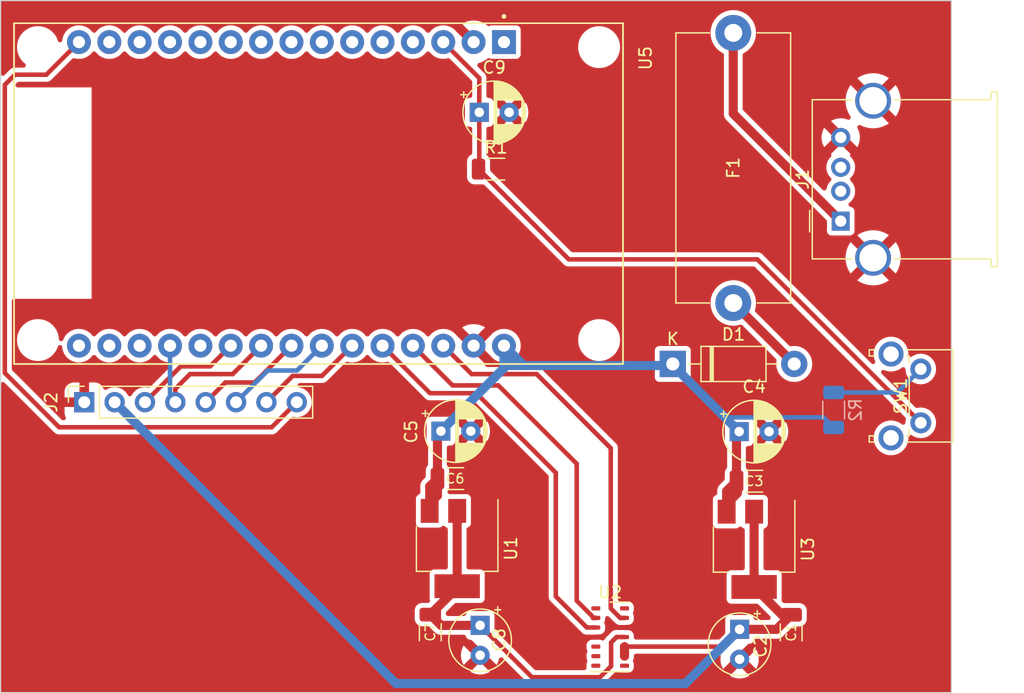
<source format=kicad_pcb>
(kicad_pcb (version 20221018) (generator pcbnew)
  (layers (0 "F.Cu" signal) (31 "B.Cu" signal) (34 "B.Paste" user) (35 "F.Paste" user) (36 "B.SilkS" user "B.Silkscreen") (37 "F.SilkS" user "F.Silkscreen") (38 "B.Mask" user) (39 "F.Mask" user) (44 "Edge.Cuts" user))
  (net 0 "")
  (net 1 "GNDPWR")
  (net 2 "+5V")
  (net 3 "1V8")
  (net 4 "Net-(D1-A)")
  (net 5 "Net-(J1-VBUS)")
  (net 8 "SCK")
  (net 9 "MISO")
  (net 10 "RESET")
  (net 11 "DC")
  (net 12 "CS")
  (net 13 "BLK")
  (net 15 "SCL")
  (net 16 "SDA")
  (net 21 "INT")
  (net 23 "BTT")
  (net 32 "3V3")
  (net 34 "Net-(R2-Pad2)")
  (footprint "Fuse:Fuseholder_Cylinder-5x20mm_Stelvio-Kontek_PTF78_Horizontal_Open" (layer "F.Cu") (at 157.2 60.4 -90)
    (fp_text reference "F1" (at 11.3 0 90) (layer "F.SilkS"))
    (fp_text value "500mA")
    (pad "1" thru_hole circle (at 0 0 270) (size 3 3) (drill 1.5) (layers "*.Cu" "*.Mask") (net 5 "Net-(J1-VBUS)"))
    (pad "2" thru_hole circle (at 22.6 0 270) (size 3 3) (drill 1.5) (layers "*.Cu" "*.Mask") (net 4 "Net-(D1-A)"))
  )
  (footprint "Capacitor_THT:CP_Radial_D5.0mm_P2.50mm" (layer "F.Cu") (at 135.95 67.05)
    (fp_text reference "C9" (at 1.25 -3.75) (layer "F.SilkS"))
    (fp_text value "10uF")
    (pad "1" thru_hole rect (at 0 0) (size 1.6 1.6) (drill 0.8) (layers "*.Cu" "*.Mask") (net 23 "BTT"))
    (pad "2" thru_hole circle (at 2.5 0) (size 1.6 1.6) (drill 0.8) (layers "*.Cu" "*.Mask") (net 1 "GNDPWR"))
  )
  (footprint "Connector_PinSocket_2.54mm:PinSocket_1x08_P2.54mm_Vertical" (layer "F.Cu") (at 102.9 91.3 90)
    (fp_text reference "J2" (at 0 -2.77 90) (layer "F.SilkS"))
    (fp_text value "Conn_01x08" hide)
    (pad "1" thru_hole rect (at 0 0 90) (size 1.7 1.7) (drill 1) (layers "*.Cu" "*.Mask") (net 1 "GNDPWR"))
    (pad "2" thru_hole oval (at 0 2.54 90) (size 1.7 1.7) (drill 1) (layers "*.Cu" "*.Mask") (net 32 "3V3"))
    (pad "3" thru_hole oval (at 0 5.08 90) (size 1.7 1.7) (drill 1) (layers "*.Cu" "*.Mask") (net 8 "SCK"))
    (pad "4" thru_hole oval (at 0 7.62 90) (size 1.7 1.7) (drill 1) (layers "*.Cu" "*.Mask") (net 9 "MISO"))
    (pad "5" thru_hole oval (at 0 10.16 90) (size 1.7 1.7) (drill 1) (layers "*.Cu" "*.Mask") (net 10 "RESET"))
    (pad "6" thru_hole oval (at 0 12.7 90) (size 1.7 1.7) (drill 1) (layers "*.Cu" "*.Mask") (net 11 "DC"))
    (pad "7" thru_hole oval (at 0 15.24 90) (size 1.7 1.7) (drill 1) (layers "*.Cu" "*.Mask") (net 12 "CS"))
    (pad "8" thru_hole oval (at 0 17.78 90) (size 1.7 1.7) (drill 1) (layers "*.Cu" "*.Mask") (net 13 "BLK"))
  )
  (footprint "Package_TO_SOT_SMD:SOT-223-3_TabPin2" (layer "F.Cu") (at 158.945112 103.61 -90)
    (fp_text reference "U3" (at 0 -4.5 90) (layer "F.SilkS"))
    (fp_text value "LM1117MP-3.3" hide)
    (pad "1" smd rect (at -3.15 -2.3 270) (size 2 1.5) (layers "F.Cu" "F.Paste" "F.Mask") (net 1 "GNDPWR"))
    (pad "2" smd rect (at -3.15 0 270) (size 2 1.5) (layers "F.Cu" "F.Paste" "F.Mask") (net 32 "3V3"))
    (pad "2" smd rect (at 3.15 0 270) (size 2 3.8) (layers "F.Cu" "F.Paste" "F.Mask") (net 32 "3V3"))
    (pad "3" smd rect (at -3.15 2.3 270) (size 2 1.5) (layers "F.Cu" "F.Paste" "F.Mask") (net 2 "+5V"))
  )
  (footprint "Capacitor_THT:CP_Radial_Tantal_D5.0mm_P2.50mm" (layer "F.Cu") (at 157.73 110.304888 -90)
    (fp_text reference "C2" (at 1.395112 -1.75 90) (layer "F.SilkS"))
    (fp_text value "22uF")
    (pad "1" thru_hole rect (at 0 0 270) (size 1.6 1.6) (drill 0.8) (layers "*.Cu" "*.Mask") (net 32 "3V3"))
    (pad "2" thru_hole circle (at 2.5 0 270) (size 1.6 1.6) (drill 0.8) (layers "*.Cu" "*.Mask") (net 1 "GNDPWR"))
  )
  (footprint "Capacitor_SMD:C_1206_3216Metric" (layer "F.Cu") (at 133.925 97.694887)
    (fp_text reference "C6" hide)
    (fp_text value "100nF")
    (fp_text user "${REFERENCE}" (at 0 0) (layer "F.SilkS") (effects (font (size 0.8 0.8) (thickness 0.12))))
    (pad "1" smd roundrect (at -1.475 0) (size 1.15 1.8) (layers "F.Cu" "F.Paste" "F.Mask") (roundrect_rratio 0.217391) (net 2 "+5V"))
    (pad "2" smd roundrect (at 1.475 0) (size 1.15 1.8) (layers "F.Cu" "F.Paste" "F.Mask") (roundrect_rratio 0.217391) (net 1 "GNDPWR"))
  )
  (footprint "Capacitor_THT:CP_Radial_D5.0mm_P2.50mm" (layer "F.Cu") (at 132.74 93.72)
    (fp_text reference "C5" (at -2.494887 0.052557 90) (layer "F.SilkS"))
    (fp_text value "10uF")
    (pad "1" thru_hole rect (at 0 0) (size 1.6 1.6) (drill 0.8) (layers "*.Cu" "*.Mask") (net 2 "+5V"))
    (pad "2" thru_hole circle (at 2.5 0) (size 1.6 1.6) (drill 0.8) (layers "*.Cu" "*.Mask") (net 1 "GNDPWR"))
  )
  (footprint "Capacitor_THT:CP_Radial_D5.0mm_P2.50mm" (layer "F.Cu") (at 157.695112 93.76)
    (fp_text reference "C4" (at 1.25 -3.75) (layer "F.SilkS"))
    (fp_text value "10uF")
    (pad "1" thru_hole rect (at 0 0) (size 1.6 1.6) (drill 0.8) (layers "*.Cu" "*.Mask") (net 2 "+5V"))
    (pad "2" thru_hole circle (at 2.5 0) (size 1.6 1.6) (drill 0.8) (layers "*.Cu" "*.Mask") (net 1 "GNDPWR"))
  )
  (footprint "Resistor_SMD:R_1206_3216Metric" (layer "F.Cu") (at 137.35 71.8)
    (fp_text reference "R1" (at 0 -1.82) (layer "F.SilkS"))
    (fp_text value "2K2")
    (pad "1" smd roundrect (at -1.4625 0) (size 1.125 1.75) (layers "F.Cu" "F.Paste" "F.Mask") (roundrect_rratio 0.222222) (net 23 "BTT"))
    (pad "2" smd roundrect (at 1.4625 0) (size 1.125 1.75) (layers "F.Cu" "F.Paste" "F.Mask") (roundrect_rratio 0.222222) (net 1 "GNDPWR"))
  )
  (footprint "Capacitor_THT:CP_Radial_Tantal_D5.0mm_P2.50mm" (layer "F.Cu") (at 136.02 109.974887 -90)
    (fp_text reference "C8" (at 1.205112 -1.6 90) (layer "F.SilkS"))
    (fp_text value "22uF")
    (pad "1" thru_hole rect (at 0 0 270) (size 1.6 1.6) (drill 0.8) (layers "*.Cu" "*.Mask") (net 3 "1V8"))
    (pad "2" thru_hole circle (at 2.5 0 270) (size 1.6 1.6) (drill 0.8) (layers "*.Cu" "*.Mask") (net 1 "GNDPWR"))
  )
  (footprint "Capacitor_SMD:C_1206_3216Metric" (layer "F.Cu") (at 162.045112 110.56 -90)
    (fp_text reference "C1")
    (fp_text value "100nF")
    (fp_text user "${REFERENCE}" (at 0 0 90) (layer "F.SilkS") (effects (font (size 0.8 0.8) (thickness 0.12))))
    (pad "1" smd roundrect (at -1.475 0 270) (size 1.15 1.8) (layers "F.Cu" "F.Paste" "F.Mask") (roundrect_rratio 0.217391) (net 32 "3V3"))
    (pad "2" smd roundrect (at 1.475 0 270) (size 1.15 1.8) (layers "F.Cu" "F.Paste" "F.Mask") (roundrect_rratio 0.217391) (net 1 "GNDPWR"))
  )
  (footprint "Capacitor_SMD:C_1206_3216Metric" (layer "F.Cu") (at 158.945112 97.91)
    (fp_text reference "C3")
    (fp_text value "100nF")
    (fp_text user "${REFERENCE}" (at 0 0) (layer "F.SilkS") (effects (font (size 0.8 0.8) (thickness 0.12))))
    (pad "1" smd roundrect (at -1.475 0) (size 1.15 1.8) (layers "F.Cu" "F.Paste" "F.Mask") (roundrect_rratio 0.217391) (net 2 "+5V"))
    (pad "2" smd roundrect (at 1.475 0) (size 1.15 1.8) (layers "F.Cu" "F.Paste" "F.Mask") (roundrect_rratio 0.217391) (net 1 "GNDPWR"))
  )
  (footprint "OptoDevice:Maxim_OLGA-14_3.3x5.6mm_P0.8mm" (layer "F.Cu") (at 146.9 110.95)
    (fp_text reference "U2" (at 0 -3.75) (layer "F.SilkS"))
    (fp_text value "MAX30102")
    (pad "1" smd roundrect (at -1.2 -2.4) (size 0.75 0.35) (layers "F.Cu" "F.Paste" "F.Mask"))
    (pad "2" smd roundrect (at -1.2 -1.6) (size 0.75 0.35) (layers "F.Cu" "F.Paste" "F.Mask") (net 15 "SCL"))
    (pad "3" smd roundrect (at -1.2 -0.8) (size 0.75 0.35) (layers "F.Cu" "F.Paste" "F.Mask") (net 16 "SDA"))
    (pad "4" smd roundrect (at -1.2 0) (size 0.75 0.35) (layers "F.Cu" "F.Paste" "F.Mask") (net 1 "GNDPWR"))
    (pad "5" smd roundrect (at -1.2 0.8) (size 0.75 0.35) (layers "F.Cu" "F.Paste" "F.Mask"))
    (pad "6" smd roundrect (at -1.2 1.6) (size 0.75 0.35) (layers "F.Cu" "F.Paste" "F.Mask"))
    (pad "7" smd roundrect (at -1.2 2.4) (size 0.75 0.35) (layers "F.Cu" "F.Paste" "F.Mask"))
    (pad "8" smd roundrect (at 1.2 2.4) (size 0.75 0.35) (layers "F.Cu" "F.Paste" "F.Mask"))
    (pad "9" smd roundrect (at 1.2 1.6) (size 0.75 0.35) (layers "F.Cu" "F.Paste" "F.Mask") (net 32 "3V3"))
    (pad "10" smd roundrect (at 1.2 0.8) (size 0.75 0.35) (layers "F.Cu" "F.Paste" "F.Mask") (net 32 "3V3"))
    (pad "11" smd roundrect (at 1.2 0) (size 0.75 0.35) (layers "F.Cu" "F.Paste" "F.Mask") (net 3 "1V8"))
    (pad "12" smd roundrect (at 1.2 -0.8) (size 0.75 0.35) (layers "F.Cu" "F.Paste" "F.Mask") (net 1 "GNDPWR"))
    (pad "13" smd roundrect (at 1.2 -1.6) (size 0.75 0.35) (layers "F.Cu" "F.Paste" "F.Mask") (net 21 "INT"))
    (pad "14" smd roundrect (at 1.2 -2.4) (size 0.75 0.35) (layers "F.Cu" "F.Paste" "F.Mask"))
  )
  (footprint "Package_TO_SOT_SMD:SOT-223-3_TabPin2" (layer "F.Cu") (at 134.1 103.544887 -90)
    (fp_text reference "U1" (at 0 -4.5 90) (layer "F.SilkS"))
    (fp_text value "LM1117MP-1.8" hide)
    (pad "1" smd rect (at -3.15 -2.3 270) (size 2 1.5) (layers "F.Cu" "F.Paste" "F.Mask") (net 1 "GNDPWR"))
    (pad "2" smd rect (at -3.15 0 270) (size 2 1.5) (layers "F.Cu" "F.Paste" "F.Mask") (net 3 "1V8"))
    (pad "2" smd rect (at 3.15 0 270) (size 2 3.8) (layers "F.Cu" "F.Paste" "F.Mask") (net 3 "1V8"))
    (pad "3" smd rect (at -3.15 2.3 270) (size 2 1.5) (layers "F.Cu" "F.Paste" "F.Mask") (net 2 "+5V"))
  )
  (footprint "Diode_THT:D_DO-41_SOD81_P10.16mm_Horizontal" (layer "F.Cu") (at 152.14 88.1)
    (fp_text reference "D1" (at 5.08 -2.47) (layer "F.SilkS"))
    (fp_text value "1N4002")
    (fp_text user "K" (at 0 -2.1) (layer "F.SilkS"))
    (pad "1" thru_hole rect (at 0 0) (size 2.2 2.2) (drill 1.1) (layers "*.Cu" "*.Mask") (net 2 "+5V"))
    (pad "2" thru_hole oval (at 10.16 0) (size 2.2 2.2) (drill 1.1) (layers "*.Cu" "*.Mask") (net 4 "Net-(D1-A)"))
  )
  (footprint "Connector_USB:USB_A_Molex_67643_Horizontal" (layer "F.Cu") (at 166.19 76.15 90)
    (fp_text reference "J1" (at 3.5 -3.19 90) (layer "F.SilkS"))
    (fp_text value "USB_A")
    (pad "1" thru_hole rect (at 0 0 90) (size 1.6 1.5) (drill 0.95) (layers "*.Cu" "*.Mask") (net 5 "Net-(J1-VBUS)"))
    (pad "2" thru_hole circle (at 2.5 0 90) (size 1.6 1.6) (drill 0.95) (layers "*.Cu" "*.Mask"))
    (pad "3" thru_hole circle (at 4.5 0 90) (size 1.6 1.6) (drill 0.95) (layers "*.Cu" "*.Mask"))
    (pad "4" thru_hole circle (at 7 0 90) (size 1.6 1.6) (drill 0.95) (layers "*.Cu" "*.Mask") (net 1 "GNDPWR"))
    (pad "5" thru_hole circle (at -3.07 2.71 90) (size 3 3) (drill 2.3) (layers "*.Cu" "*.Mask") (net 1 "GNDPWR"))
    (pad "5" thru_hole circle (at 10.07 2.71 90) (size 3 3) (drill 2.3) (layers "*.Cu" "*.Mask") (net 1 "GNDPWR"))
  )
  (footprint "Button_Switch_THT:SW_Tactile_SPST_Angled_PTS645Vx58-2LFS" (layer "F.Cu") (at 172.8875 88.525 -90)
    (fp_text reference "SW1" (at 2.25 1.68 90) (layer "F.SilkS"))
    (fp_text value "SW_Push")
    (pad "" thru_hole circle (at -1.25 2.49 270) (size 2.1 2.1) (drill 1.3) (layers "*.Cu" "*.Mask"))
    (pad "" thru_hole circle (at 5.76 2.49 270) (size 2.1 2.1) (drill 1.3) (layers "*.Cu" "*.Mask"))
    (pad "1" thru_hole circle (at 0 0 270) (size 1.75 1.75) (drill 0.99) (layers "*.Cu" "*.Mask") (net 34 "Net-(R2-Pad2)"))
    (pad "2" thru_hole circle (at 4.5 0 270) (size 1.75 1.75) (drill 0.99) (layers "*.Cu" "*.Mask") (net 23 "BTT"))
  )
  (footprint "Capacitor_SMD:C_1206_3216Metric" (layer "F.Cu") (at 131.85 110.547444 -90)
    (fp_text reference "C7")
    (fp_text value "100nF")
    (fp_text user "${REFERENCE}" (at 0 0 90) (layer "F.SilkS") (effects (font (size 0.8 0.8) (thickness 0.12))))
    (pad "1" smd roundrect (at -1.475 0 270) (size 1.15 1.8) (layers "F.Cu" "F.Paste" "F.Mask") (roundrect_rratio 0.217391) (net 3 "1V8"))
    (pad "2" smd roundrect (at 1.475 0 270) (size 1.15 1.8) (layers "F.Cu" "F.Paste" "F.Mask") (roundrect_rratio 0.217391) (net 1 "GNDPWR"))
  )
  (footprint "Espressif:MODULE_ESP32_DEVKIT_V1" (layer "F.Cu") (at 122.5 73.8725 -90)
    (fp_text reference "U5" (at -11.355 -27.36 90) (layer "F.SilkS"))
    (fp_text value "ESP32-DEVKIT-V1")
    (pad "" np_thru_hole circle (at -12.28 -23.475 270) (size 3 3) (drill 3) (layers "*.Cu" "*.Mask"))
    (pad "" np_thru_hole circle (at -12.28 23.475 270) (size 3 3) (drill 3) (layers "*.Cu" "*.Mask"))
    (pad "" np_thru_hole circle (at 12.23 -23.475 270) (size 3 3) (drill 3) (layers "*.Cu" "*.Mask"))
    (pad "" np_thru_hole circle (at 12.23 23.475 270) (size 3 3) (drill 3) (layers "*.Cu" "*.Mask"))
    (pad "1" thru_hole rect (at -12.7 -15.515 270) (size 2 2) (drill 1.02) (layers "*.Cu" "*.Mask"))
    (pad "2" thru_hole circle (at -12.7 -12.975 270) (size 2 2) (drill 1.02) (layers "*.Cu" "*.Mask") (net 1 "GNDPWR"))
    (pad "3" thru_hole circle (at -12.7 -10.435 270) (size 2 2) (drill 1.02) (layers "*.Cu" "*.Mask") (net 23 "BTT"))
    (pad "4" thru_hole circle (at -12.7 -7.895 270) (size 2 2) (drill 1.02) (layers "*.Cu" "*.Mask"))
    (pad "5" thru_hole circle (at -12.7 -5.355 270) (size 2 2) (drill 1.02) (layers "*.Cu" "*.Mask"))
    (pad "6" thru_hole circle (at -12.7 -2.815 270) (size 2 2) (drill 1.02) (layers "*.Cu" "*.Mask"))
    (pad "7" thru_hole circle (at -12.7 -0.275 270) (size 2 2) (drill 1.02) (layers "*.Cu" "*.Mask"))
    (pad "8" thru_hole circle (at -12.7 2.265 270) (size 2 2) (drill 1.02) (layers "*.Cu" "*.Mask"))
    (pad "9" thru_hole circle (at -12.7 4.805 270) (size 2 2) (drill 1.02) (layers "*.Cu" "*.Mask"))
    (pad "10" thru_hole circle (at -12.7 7.345 270) (size 2 2) (drill 1.02) (layers "*.Cu" "*.Mask"))
    (pad "11" thru_hole circle (at -12.7 9.885 270) (size 2 2) (drill 1.02) (layers "*.Cu" "*.Mask"))
    (pad "12" thru_hole circle (at -12.7 12.425 270) (size 2 2) (drill 1.02) (layers "*.Cu" "*.Mask"))
    (pad "13" thru_hole circle (at -12.7 14.965 270) (size 2 2) (drill 1.02) (layers "*.Cu" "*.Mask"))
    (pad "14" thru_hole circle (at -12.7 17.505 270) (size 2 2) (drill 1.02) (layers "*.Cu" "*.Mask"))
    (pad "15" thru_hole circle (at -12.7 20.045 270) (size 2 2) (drill 1.02) (layers "*.Cu" "*.Mask") (net 13 "BLK"))
    (pad "16" thru_hole circle (at 12.7 20.045 270) (size 2 2) (drill 1.02) (layers "*.Cu" "*.Mask"))
    (pad "17" thru_hole circle (at 12.7 17.505 270) (size 2 2) (drill 1.02) (layers "*.Cu" "*.Mask"))
    (pad "18" thru_hole circle (at 12.7 14.965 270) (size 2 2) (drill 1.02) (layers "*.Cu" "*.Mask"))
    (pad "19" thru_hole circle (at 12.7 12.425 270) (size 2 2) (drill 1.02) (layers "*.Cu" "*.Mask") (net 9 "MISO"))
    (pad "20" thru_hole circle (at 12.7 9.885 270) (size 2 2) (drill 1.02) (layers "*.Cu" "*.Mask"))
    (pad "21" thru_hole circle (at 12.7 7.345 270) (size 2 2) (drill 1.02) (layers "*.Cu" "*.Mask") (net 8 "SCK"))
    (pad "22" thru_hole circle (at 12.7 4.805 270) (size 2 2) (drill 1.02) (layers "*.Cu" "*.Mask") (net 9 "MISO"))
    (pad "23" thru_hole circle (at 12.7 2.265 270) (size 2 2) (drill 1.02) (layers "*.Cu" "*.Mask") (net 10 "RESET"))
    (pad "24" thru_hole circle (at 12.7 -0.275 270) (size 2 2) (drill 1.02) (layers "*.Cu" "*.Mask") (net 11 "DC"))
    (pad "25" thru_hole circle (at 12.7 -2.815 270) (size 2 2) (drill 1.02) (layers "*.Cu" "*.Mask") (net 12 "CS"))
    (pad "26" thru_hole circle (at 12.7 -5.355 270) (size 2 2) (drill 1.02) (layers "*.Cu" "*.Mask") (net 16 "SDA"))
    (pad "27" thru_hole circle (at 12.7 -7.895 270) (size 2 2) (drill 1.02) (layers "*.Cu" "*.Mask") (net 15 "SCL"))
    (pad "28" thru_hole circle (at 12.7 -10.435 270) (size 2 2) (drill 1.02) (layers "*.Cu" "*.Mask") (net 21 "INT"))
    (pad "29" thru_hole circle (at 12.7 -12.975 270) (size 2 2) (drill 1.02) (layers "*.Cu" "*.Mask") (net 1 "GNDPWR"))
    (pad "30" thru_hole circle (at 12.7 -15.515 270) (size 2 2) (drill 1.02) (layers "*.Cu" "*.Mask") (net 2 "+5V"))
    (zone (net 0) (net_name "") (layer "F.Cu") (connect_pads (clearance 0)) (min_thickness 0.01)
      (keepout (tracks not_allowed) (vias not_allowed) (pads not_allowed) (copperpour not_allowed) (footprints allowed))
      (fill (thermal_gap 0.508) (thermal_bridge_width 0.508))
      (polygon (pts (xy 103.515 64.9625) (xy 103.515 82.6525) (xy 97.025 82.6525) (xy 97.025 64.9625)))
    )
  )
  (footprint "Resistor_SMD:R_1206_3216Metric" (layer "B.Cu") (at 165.6 91.95 90)
    (fp_text reference "R2" (at 0 1.82 90) (layer "B.SilkS") (effects (justify mirror)))
    (fp_text value "1K")
    (pad "1" smd roundrect (at -1.4625 0 90) (size 1.125 1.75) (layers "B.Cu" "B.Paste" "B.Mask") (roundrect_rratio 0.222222) (net 2 "+5V"))
    (pad "2" smd roundrect (at 1.4625 0 90) (size 1.125 1.75) (layers "B.Cu" "B.Paste" "B.Mask") (roundrect_rratio 0.222222) (net 34 "Net-(R2-Pad2)"))
  )
  (gr_rect (start 95.9 57.7) (end 175.45 115.6) (stroke (width 0.1)) (fill none) (layer "Edge.Cuts"))
  (segment (start 160.420112 98.210112) (end 160.420112 97.91) (width 0.762) (layer "F.Cu") (net 1))
  (segment (start 132.45 99.11) (end 132.25 99.31) (width 0.762) (layer "F.Cu") (net 2))
  (segment (start 157.470112 93.985) (end 157.695112 93.76) (width 0.762) (layer "F.Cu") (net 2))
  (segment (start 157.54 97.979888) (end 157.54 98.91) (width 0.762) (layer "F.Cu") (net 2))
  (segment (start 152.14 88.1) (end 152.0065 88.2335) (width 0.762) (layer "F.Cu") (net 2))
  (segment (start 156.645112 100.46) (end 156.645112 98.735) (width 0.762) (layer "F.Cu") (net 2))
  (segment (start 131.8 100.394887) (end 131.8 98.344887) (width 0.762) (layer "F.Cu") (net 2))
  (segment (start 156.645112 99.804888) (end 157.54 98.91) (width 0.762) (layer "F.Cu") (net 2))
  (segment (start 156.645112 98.735) (end 157.470112 97.91) (width 0.762) (layer "F.Cu") (net 2))
  (segment (start 132.45 94.01) (end 132.74 93.72) (width 0.762) (layer "F.Cu") (net 2))
  (segment (start 131.8 98.344887) (end 132.45 97.694887) (width 0.762) (layer "F.Cu") (net 2))
  (segment (start 157.470112 97.91) (end 157.470112 93.985) (width 0.762) (layer "F.Cu") (net 2))
  (segment (start 152.14 88.1) (end 152.14 88.204888) (width 0.762) (layer "F.Cu") (net 2))
  (segment (start 132.45 97.694887) (end 132.45 94.01) (width 0.762) (layer "F.Cu") (net 2))
  (segment (start 157.470112 97.91) (end 157.54 97.979888) (width 0.762) (layer "F.Cu") (net 2))
  (segment (start 132.45 97.694887) (end 132.45 99.11) (width 0.762) (layer "F.Cu") (net 2))
  (segment (start 139.676 88.2335) (end 138.87125 87.42875) (width 0.762) (layer "B.Cu") (net 2))
  (segment (start 152.14 88.204888) (end 156.267556 92.332444) (width 0.762) (layer "B.Cu") (net 2))
  (segment (start 138.87125 87.42875) (end 138.2265 88.0735) (width 0.762) (layer "B.Cu") (net 2))
  (segment (start 164.757 92.5695) (end 156.504612 92.5695) (width 0.381) (layer "B.Cu") (net 2))
  (segment (start 138.2265 88.2335) (end 138.015 88.445) (width 0.762) (layer "B.Cu") (net 2))
  (segment (start 138.2265 88.0735) (end 138.2265 88.2335) (width 0.762) (layer "B.Cu") (net 2))
  (segment (start 152.0065 88.2335) (end 139.676 88.2335) (width 0.762) (layer "B.Cu") (net 2))
  (segment (start 138.87125 87.42875) (end 138.015 86.5725) (width 0.762) (layer "B.Cu") (net 2))
  (segment (start 165.6 93.4125) (end 164.757 92.5695) (width 0.381) (layer "B.Cu") (net 2))
  (segment (start 138.015 88.445) (end 132.74 93.72) (width 0.762) (layer "B.Cu") (net 2))
  (segment (start 138.015 86.5725) (end 138.015 88.445) (width 0.762) (layer "B.Cu") (net 2))
  (segment (start 152.14 88.1) (end 152.14 88.204888) (width 0.762) (layer "B.Cu") (net 2))
  (segment (start 156.504612 92.5695) (end 156.267556 92.332444) (width 0.381) (layer "B.Cu") (net 2))
  (segment (start 139.676 88.2335) (end 138.2265 88.2335) (width 0.762) (layer "B.Cu") (net 2))
  (segment (start 156.267556 92.332444) (end 157.695112 93.76) (width 0.762) (layer "B.Cu") (net 2))
  (segment (start 152.14 88.1) (end 152.0065 88.2335) (width 0.762) (layer "B.Cu") (net 2))
  (segment (start 146.05 114.31) (end 140.355113 114.31) (width 0.381) (layer "F.Cu") (net 3))
  (segment (start 148.1 110.95) (end 147.43 110.95) (width 0.381) (layer "F.Cu") (net 3))
  (segment (start 146.98 113.38) (end 146.05 114.31) (width 0.381) (layer "F.Cu") (net 3))
  (segment (start 140.355113 114.31) (end 136.02 109.974887) (width 0.381) (layer "F.Cu") (net 3))
  (segment (start 136.02 109.974887) (end 132.752443 109.974887) (width 0.762) (layer "F.Cu") (net 3))
  (segment (start 132.752443 109.974887) (end 131.85 109.072444) (width 0.762) (layer "F.Cu") (net 3))
  (segment (start 134.1 100.394887) (end 134.1 106.694887) (width 0.762) (layer "F.Cu") (net 3))
  (segment (start 134.1 106.694887) (end 134.1 106.822444) (width 0.762) (layer "F.Cu") (net 3))
  (segment (start 146.98 111.4) (end 146.98 113.38) (width 0.381) (layer "F.Cu") (net 3))
  (segment (start 134.1 106.822444) (end 131.85 109.072444) (width 0.762) (layer "F.Cu") (net 3))
  (segment (start 147.43 110.95) (end 146.98 111.4) (width 0.381) (layer "F.Cu") (net 3))
  (segment (start 157.2 83) (end 162.3 88.1) (width 0.762) (layer "F.Cu") (net 4))
  (segment (start 166.19 76.15) (end 157.2 67.16) (width 0.762) (layer "F.Cu") (net 5))
  (segment (start 157.2 67.16) (end 157.2 60.4) (width 0.762) (layer "F.Cu") (net 5))
  (segment (start 113.4275 88.3) (end 110.98 88.3) (width 0.381) (layer "F.Cu") (net 8))
  (segment (start 110.98 88.3) (end 107.98 91.3) (width 0.381) (layer "F.Cu") (net 8))
  (segment (start 115.155 86.5725) (end 113.4275 88.3) (width 0.381) (layer "F.Cu") (net 8))
  (segment (start 117.695 86.5725) (end 115.3175 88.95) (width 0.381) (layer "F.Cu") (net 9))
  (segment (start 115.3175 88.95) (end 111.75 88.95) (width 0.381) (layer "F.Cu") (net 9))
  (segment (start 111.75 88.95) (end 110.52 90.18) (width 0.381) (layer "F.Cu") (net 9))
  (segment (start 110.52 90.18) (end 110.52 91.3) (width 0.381) (layer "F.Cu") (net 9))
  (segment (start 110.075 90.855) (end 110.52 91.3) (width 0.381) (layer "B.Cu") (net 9))
  (segment (start 110.075 86.5725) (end 110.075 90.855) (width 0.381) (layer "B.Cu") (net 9))
  (segment (start 117.1575 89.65) (end 120.235 86.5725) (width 0.381) (layer "F.Cu") (net 10))
  (segment (start 113.06 91.3) (end 114.71 89.65) (width 0.381) (layer "F.Cu") (net 10))
  (segment (start 114.71 89.65) (end 117.1575 89.65) (width 0.381) (layer "F.Cu") (net 10))
  (segment (start 122.775 86.5725) (end 120.6975 88.65) (width 0.381) (layer "B.Cu") (net 11))
  (segment (start 120.6975 88.65) (end 118.25 88.65) (width 0.381) (layer "B.Cu") (net 11))
  (segment (start 118.25 88.65) (end 115.6 91.3) (width 0.381) (layer "B.Cu") (net 11))
  (segment (start 122.7875 89.1) (end 125.315 86.5725) (width 0.381) (layer "F.Cu") (net 12))
  (segment (start 118.14 91.3) (end 120.34 89.1) (width 0.381) (layer "F.Cu") (net 12))
  (segment (start 120.34 89.1) (end 122.7875 89.1) (width 0.381) (layer "F.Cu") (net 12))
  (segment (start 97.1 63.9) (end 96.25 64.75) (width 0.381) (layer "F.Cu") (net 13))
  (segment (start 118.58 93.4) (end 120.68 91.3) (width 0.381) (layer "F.Cu") (net 13))
  (segment (start 102.455 61.1725) (end 99.7275 63.9) (width 0.381) (layer "F.Cu") (net 13))
  (segment (start 99.7275 63.9) (end 97.1 63.9) (width 0.381) (layer "F.Cu") (net 13))
  (segment (start 96.25 64.75) (end 96.25 88.85) (width 0.381) (layer "F.Cu") (net 13))
  (segment (start 96.25 88.85) (end 100.8 93.4) (width 0.381) (layer "F.Cu") (net 13))
  (segment (start 100.8 93.4) (end 118.58 93.4) (width 0.381) (layer "F.Cu") (net 13))
  (segment (start 144.1 107.908363) (end 144.1 96.45) (width 0.381) (layer "F.Cu") (net 15))
  (segment (start 137.5455 89.8955) (end 133.718 89.8955) (width 0.381) (layer "F.Cu") (net 15))
  (segment (start 133.718 89.8955) (end 130.395 86.5725) (width 0.381) (layer "F.Cu") (net 15))
  (segment (start 145.7 109.35) (end 145.541637 109.35) (width 0.381) (layer "F.Cu") (net 15))
  (segment (start 145.7 109.35) (end 145.449006 109.35) (width 0.381) (layer "F.Cu") (net 15))
  (segment (start 144.1 96.45) (end 137.5455 89.8955) (width 0.381) (layer "F.Cu") (net 15))
  (segment (start 131.0725 86.5725) (end 130.395 86.5725) (width 0.381) (layer "F.Cu") (net 15))
  (segment (start 145.541637 109.35) (end 144.1 107.908363) (width 0.381) (layer "F.Cu") (net 15))
  (segment (start 142.35 107.55) (end 142.35 97.2) (width 0.381) (layer "F.Cu") (net 16))
  (segment (start 131.8325 90.55) (end 127.855 86.5725) (width 0.381) (layer "F.Cu") (net 16))
  (segment (start 135.7 90.55) (end 131.8325 90.55) (width 0.381) (layer "F.Cu") (net 16))
  (segment (start 145.7 110.15) (end 144.95 110.15) (width 0.381) (layer "F.Cu") (net 16))
  (segment (start 142.35 97.2) (end 135.7 90.55) (width 0.381) (layer "F.Cu") (net 16))
  (segment (start 144.95 110.15) (end 142.35 107.55) (width 0.381) (layer "F.Cu") (net 16))
  (segment (start 147.744 109.35) (end 148.1 109.35) (width 0.381) (layer "F.Cu") (net 21))
  (segment (start 132.935 86.5725) (end 135.3125 88.95) (width 0.381) (layer "F.Cu") (net 21))
  (segment (start 140.75 88.95) (end 146.95 95.15) (width 0.381) (layer "F.Cu") (net 21))
  (segment (start 146.95 108.556) (end 147.744 109.35) (width 0.381) (layer "F.Cu") (net 21))
  (segment (start 146.95 95.15) (end 146.95 108.556) (width 0.381) (layer "F.Cu") (net 21))
  (segment (start 135.3125 88.95) (end 140.75 88.95) (width 0.381) (layer "F.Cu") (net 21))
  (segment (start 135.95 64.1875) (end 132.935 61.1725) (width 0.381) (layer "F.Cu") (net 23))
  (segment (start 135.8875 71.8) (end 135.95 71.7375) (width 0.381) (layer "F.Cu") (net 23))
  (segment (start 143.4375 79.35) (end 159.2125 79.35) (width 0.381) (layer "F.Cu") (net 23))
  (segment (start 135.95 71.7375) (end 135.95 67.05) (width 0.381) (layer "F.Cu") (net 23))
  (segment (start 135.8875 71.8) (end 143.4375 79.35) (width 0.381) (layer "F.Cu") (net 23))
  (segment (start 135.95 67.05) (end 135.95 64.1875) (width 0.381) (layer "F.Cu") (net 23))
  (segment (start 159.2125 79.35) (end 172.8875 93.025) (width 0.381) (layer "F.Cu") (net 23))
  (segment (start 158.945112 100.46) (end 158.945112 106.76) (width 0.762) (layer "F.Cu") (net 32))
  (segment (start 162.045112 109.085) (end 161.270112 109.085) (width 0.762) (layer "F.Cu") (net 32))
  (segment (start 157.73 110.304888) (end 156.284888 111.75) (width 0.381) (layer "F.Cu") (net 32))
  (segment (start 160.825224 110.304888) (end 162.045112 109.085) (width 0.762) (layer "F.Cu") (net 32))
  (segment (start 148.1 111.75) (end 148.1 112.55) (width 0.762) (layer "F.Cu") (net 32))
  (segment (start 157.73 110.304888) (end 160.825224 110.304888) (width 0.762) (layer "F.Cu") (net 32))
  (segment (start 156.284888 111.75) (end 148.1 111.75) (width 0.381) (layer "F.Cu") (net 32))
  (segment (start 161.270112 109.085) (end 158.945112 106.76) (width 0.762) (layer "F.Cu") (net 32))
  (segment (start 153.194888 114.84) (end 157.73 110.304888) (width 0.762) (layer "B.Cu") (net 32))
  (segment (start 105.44 91.3) (end 128.98 114.84) (width 0.762) (layer "B.Cu") (net 32))
  (segment (start 128.98 114.84) (end 153.194888 114.84) (width 0.762) (layer "B.Cu") (net 32))
  (segment (start 165.6 90.4875) (end 170.925 90.4875) (width 0.381) (layer "B.Cu") (net 34))
  (segment (start 170.925 90.4875) (end 172.8875 88.525) (width 0.381) (layer "B.Cu") (net 34))
  (zone (net 1) (net_name "GNDPWR") (layer "F.Cu") (name "GND") (connect_pads thru_hole_only (clearance 0.4)) (min_thickness 0.381) (fill yes (thermal_gap 0.8) (thermal_bridge_width 0.8))
    (polygon (pts (xy 175.45 115.6) (xy 95.9 115.6) (xy 95.9 57.7) (xy 175.45 57.7)))
  )
)
</source>
